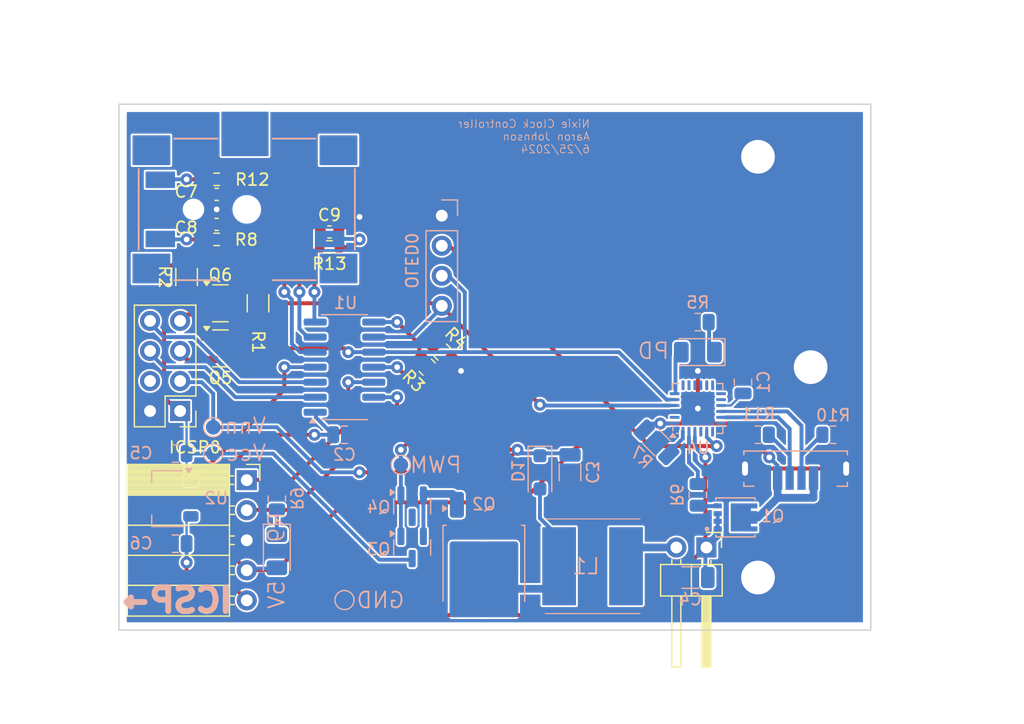
<source format=kicad_pcb>
(kicad_pcb (version 20240108) (generator "pcbnew") (generator_version "8.0")
  (layers (0 "F.Cu" signal) (31 "B.Cu" signal) (34 "B.Paste" user) (35 "F.Paste" user) (36 "B.SilkS" user "B.Silkscreen") (37 "F.SilkS" user "F.Silkscreen") (38 "B.Mask" user) (39 "F.Mask" user) (44 "Edge.Cuts" user))
  (net 0 "")
  (net 1 "+20V")
  (net 2 "+5V")
  (net 4 "Net-(U4-IFB)")
  (net 5 "Net-(D1-A)")
  (net 6 "Button")
  (net 7 "CC1")
  (net 8 "CC2")
  (net 9 "GND")
  (net 10 "HV_Mon")
  (net 11 "Net-(PD0-A)")
  (net 13 "PWM")
  (net 14 "Rotary_A")
  (net 15 "Rotary_B")
  (net 16 "SCL")
  (net 17 "SDA")
  (net 18 "V5V")
  (net 19 "VBUS")
  (net 20 "VNN")
  (net 21 "Net-(J2-P1)")
  (net 23 "Net-(Q5-B)")
  (net 24 "Net-(DISP0-P5)")
  (net 25 "Net-(DISP0-P7)")
  (net 26 "Net-(Q6-B)")
  (net 27 "Net-(PD0-K)")
  (net 28 "Net-(Q1-G)")
  (net 29 "Net-(U4-PWR_EN)")
  (net 30 "Net-(U4-VCC)")
  (net 31 "Net-(UNK5V0-K)")
  (net 33 "/Microcontroller/~{MCLR}")
  (net 34 "/Microcontroller/ICSPCLK")
  (net 35 "/Microcontroller/ICSPDAT")
  (net 36 "MCU_TX__GPS_RX")
  (net 37 "MCU_RX__GPS_TX")
  (net 38 "Net-(Q2-G)")
  (net 39 "Net-(S1-A)")
  (net 40 "Net-(S1-B)")
  (net 41 "Net-(S1-D)")
  (net 49 "V3VD")
  (footprint "Package_TO_SOT_SMD:SOT-23" (layer "F.Cu") (at 125.323603 99.6061 0.00231505)
    (property "Reference" "Q6")
    (property "Value" "MMBT2222A-TP")
  )
  (footprint "Clock Controller:M2.5_MTGP540H285" (layer "F.Cu") (at 170.7261 122.7836 90)
    (property "Reference" "MH1" (hide yes))
    (property "Value" "M2.5_MTGP540H285" (hide yes))
  )
  (footprint "Resistor_SMD:R_1206_3216Metric" (layer "F.Cu") (at 128.4986 99.6061 90.001)
    (property "Reference" "R1")
    (property "Value" "2.2k" (hide yes))
  )
  (footprint "Resistor_SMD:R_0805_2012Metric" (layer "F.Cu") (at 142.7861 105.0036 135)
    (property "Reference" "R3")
    (property "Value" "750k")
  )
  (footprint "Resistor_SMD:R_0805_2012Metric" (layer "F.Cu") (at 144.0561 103.7336 -45)
    (property "Reference" "R4")
    (property "Value" "12k")
  )
  (footprint "Resistor_SMD:R_0603_1608Metric" (layer "F.Cu") (at 125.0061 94.2086 0.001683672972)
    (property "Reference" "R8")
    (property "Value" "10k")
  )
  (footprint "Resistor_SMD:R_0603_1608Metric" (layer "F.Cu") (at 134.5311 94.8436 0.001683672972)
    (property "Reference" "R13")
    (property "Value" "10k")
  )
  (footprint "Resistor_SMD:R_1206_3216Metric" (layer "F.Cu") (at 122.4661 97.3836 90.0010523)
    (property "Reference" "R2")
    (property "Value" "2.2k")
  )
  (footprint "Connector_PinSocket_2.54mm:PinSocket_1x05_P2.54mm_Horizontal" (layer "F.Cu") (at 127.5461 114.554)
    (property "Reference" "ICSP0")
    (property "Value" "PPPC051LGBN-RC")
  )
  (footprint "Capacitor_SMD:C_0603_1608Metric" (layer "F.Cu") (at 125.0061 92.9386 0.001683672972)
    (property "Reference" "C8")
    (property "Value" "10nF")
  )
  (footprint "Capacitor_SMD:C_0603_1608Metric" (layer "F.Cu") (at 134.5311 93.5736)
    (property "Reference" "C9")
    (property "Value" "10nF")
  )
  (footprint "Clock Controller:M2.5_MTGP540H285" (layer "F.Cu") (at 175.1711 105.0036 90)
    (property "Reference" "MH2" (hide yes))
    (property "Value" "M2.5_MTGP540H285" (hide yes))
  )
  (footprint "Clock Controller:M2.5_MTGP540H285" (layer "F.Cu") (at 170.7261 87.2236 90)
    (property "Reference" "MH3" (hide yes))
    (property "Value" "M2.5_MTGP540H285" (hide yes))
  )
  (footprint "Connector_PinHeader_2.54mm:PinHeader_1x02_P2.54mm_Horizontal" (layer "F.Cu") (at 166.37 120.2436 -90)
    (property "Reference" "J2" (hide yes))
    (property "Value" "HDR-1X2H" (hide yes))
  )
  (footprint "Resistor_SMD:R_0603_1608Metric" (layer "F.Cu") (at 125.0061 89.1286 -179.9978954)
    (property "Reference" "R12")
    (property "Value" "10k")
  )
  (footprint "Capacitor_SMD:C_0603_1608Metric" (layer "F.Cu") (at 125.0061 90.3986 -179.9978954)
    (property "Reference" "C7")
    (property "Value" "10nF")
  )
  (footprint "Connector_PinHeader_2.54mm:PinHeader_2x04_P2.54mm_Vertical" (layer "F.Cu") (at 121.92 108.712 180)
    (property "Reference" "DISP0" (hide yes))
    (property "Value" "HDR-2X4" (hide yes))
  )
  (footprint "Package_TO_SOT_SMD:SOT-23" (layer "F.Cu") (at 125.323602 103.4161 0.00147321)
    (property "Reference" "Q5")
    (property "Value" "MMBT2222A-TP")
  )
  (footprint "Diodes Incorporated:TRANS_DMP3017SFGQ-7" (layer "B.Cu") (at 168.8211 117.703587 0.00294642833)
    (property "Reference" "Q1")
    (property "Value" "DMG7430LFG-7")
  )
  (footprint "Diode_SMD:D_SOD-123F" (layer "B.Cu") (at 152.311111 113.8936 -89.99726403)
    (property "Reference" "D1")
    (property "Value" "SMD220PL")
  )
  (footprint "Package_TO_SOT_SMD:SOT-89-3" (layer "B.Cu") (at 120.8786 116.1161 180)
    (property "Reference" "U2")
    (property "Value" "AS78L05RTR-E1" (hide yes))
  )
  (footprint "Capacitor_SMD:C_0805_2012Metric" (layer "B.Cu") (at 169.4561 106.2736 -90)
    (property "Reference" "C1")
    (property "Value" "100nF")
  )
  (footprint "Resistor_SMD:R_0805_2012Metric" (layer "B.Cu") (at 165.6461 115.7986 90.00636096)
    (property "Reference" "R6")
    (property "Value" "1k")
  )
  (footprint "Capacitor_SMD:C_1206_3216Metric" (layer "B.Cu") (at 165.0111 122.7836 0.00294642833)
    (property "Reference" "C4")
    (property "Value" "1uF")
  )
  (footprint "Resistor_SMD:R_0805_2012Metric" (layer "B.Cu") (at 177.0761 110.7186 180)
    (property "Reference" "R10")
    (property "Value" "5.1k")
  )
  (footprint "Clock Controller:SRN8040TA221M" (layer "B.Cu") (at 156.7561 121.8311 -90)
    (property "Reference" "L1" (hide yes))
    (property "Value" "220uH" (hide yes))
  )
  (footprint "Clock Controller:IC5_PEC11S-929K-S0015_BRN" (layer "B.Cu") (at 127.5461 91.6686 90)
    (property "Reference" "S1" (hide yes))
    (property "Value" "PEC11S-929K-S0015" (hide yes))
  )
  (footprint "Package_SO:SOIC-14_3.9x8.7mm_P1.27mm" (layer "B.Cu") (at 135.8011 105.0036)
    (property "Reference" "U1")
    (property "Value" "PIC16F15224-I/SL" (hide yes))
  )
  (footprint "Package_TO_SOT_SMD:TO-252-2" (layer "B.Cu") (at 147.573935 121.676 -89.99705357)
    (property "Reference" "Q2")
    (property "Value" "FDD7N25LZTM")
  )
  (footprint "Clock Controller:TP_1.25MM" (layer "B.Cu") (at 135.8011 124.6886 180)
    (property "Reference" "GND0" (hide yes))
    (property "Value" "Most Density" (hide yes))
  )
  (footprint "Clock Controller:TP_1.25MM" (layer "B.Cu") (at 140.5636 113.2586 90.002)
    (property "Reference" "PWM0" (hide yes))
    (property "Value" "Most Density" (hide yes))
  )
  (footprint "Resistor_SMD:R_1206_3216Metric" (layer "B.Cu") (at 162.1536 111.3536 -45)
    (property "Reference" "R7")
    (property "Value" "0.01")
  )
  (footprint "Capacitor_SMD:C_1206_3216Metric" (layer "B.Cu") (at 154.8511 113.8936 90.00484056)
    (property "Reference" "C3")
    (property "Value" "10uF")
  )
  (footprint "LED_SMD:LED_1206_3216Metric" (layer "B.Cu") (at 130.0861 120.5611 -89.998)
    (property "Reference" "UNK5V0" (hide yes))
    (property "Value" "LED_1206(3216_METRIC)_N_GREEN" (hide yes))
  )
  (footprint "Clock Controller:TP_1.25MM" (layer "B.Cu") (at 124.714 110.0836 90.001)
    (property "Reference" "Vnn0" (hide yes))
    (property "Value" "Most Density" (hide yes))
  )
  (footprint "LED_SMD:LED_1206_3216Metric" (layer "B.Cu") (at 165.6461 103.7336 180)
    (property "Reference" "PD0" (hide yes))
    (property "Value" "LED_1206(3216_METRIC)_N_BLUE" (hide yes))
  )
  (footprint "Connector USB:CUI_UJC-VP-3-SMT-TR" (layer "B.Cu") (at 173.9011 113.5761)
    (property "Reference" "J1" (hide yes))
    (property "Value" "UJC-VP-3-SMT-TR" (hide yes))
  )
  (footprint "Resistor_SMD:R_0805_2012Metric" (layer "B.Cu") (at 165.6461 101.1936 -179.9957908)
    (property "Reference" "R5")
    (property "Value" "10k")
  )
  (footprint "Resistor_SMD:R_0805_2012Metric" (layer "B.Cu") (at 170.7261 110.7186 0.001262754521)
    (property "Reference" "R11")
    (property "Value" "5.1k")
  )
  (footprint "Clock Controller:TP_1.25MM" (layer "B.Cu") (at 124.714 112.3061 180)
    (property "Reference" "Vcc0" (hide yes))
    (property "Value" "Most Density" (hide yes))
  )
  (footprint "Connector_PinHeader_2.54mm:PinHeader_1x04_P2.54mm_Vertical" (layer "B.Cu") (at 144.018 92.202 -179.9989477)
    (property "Reference" "OLED0")
    (property "Value" "HDR-1X4")
  )
  (footprint "Package_TO_SOT_SMD:SOT-23" (layer "B.Cu") (at 141.5161 120.243598 -89.99873725)
    (property "Reference" "Q3")
    (property "Value" "MMBT2222A-TP")
  )
  (footprint "Package_DFN_QFN:QFN-24-1EP_4x4mm_P0.5mm_EP2.7x2.7mm" (layer "B.Cu") (at 165.6461 108.4961)
    (property "Reference" "U4")
    (property "Value" "AP33772DKZ-13")
  )
  (footprint "Capacitor_SMD:C_0805_2012Metric" (layer "B.Cu") (at 135.8011 110.7186)
    (property "Reference" "C2")
    (property "Value" "100nF")
  )
  (footprint "Resistor_SMD:R_0805_2012Metric" (layer "B.Cu") (at 130.0861 116.1161 90.00399872)
    (property "Reference" "R9")
    (property "Value" "10k")
  )
  (footprint "Capacitor_SMD:C_0805_2012Metric" (layer "B.Cu") (at 121.5136 119.926096 0.001)
    (property "Reference" "C6")
    (property "Value" "100nF" (hide yes))
  )
  (footprint "Capacitor_SMD:C_0805_2012Metric" (layer "B.Cu") (at 121.5136 112.306093 0.002104591424)
    (property "Reference" "C5")
    (property "Value" "100nF")
  )
  (footprint "Package_TO_SOT_SMD:SOT-23" (layer "B.Cu") (at 141.5161 116.751098 -89.99873725)
    (property "Reference" "Q4")
    (property "Value" "MMBT2907ALT1G")
  )
  (gr_line (start 180.2511 127.2286) (end 116.7511 127.2286) (stroke (width 0.12)) (layer "Edge.Cuts"))
  (gr_line (start 180.2511 82.7786) (end 180.2511 127.2286) (stroke (width 0.12)) (layer "Edge.Cuts"))
  (gr_line (start 116.7511 82.7786) (end 180.2511 82.7786) (stroke (width 0.12)) (layer "Edge.Cuts"))
  (gr_line (start 116.7511 127.2286) (end 116.7511 82.7786) (stroke (width 0.12)) (layer "Edge.Cuts"))
  (gr_text "" (at 155.6501 114.1926 89.99515944) (layer "B.SilkS") (effects (font (size 0.001 0.001)) (justify left mirror)))
  (gr_text "" (at 145.3261 101.1936 0) (layer "B.SilkS") (effects (font (size 0.001 0.001)) (justify left mirror)))
  (gr_text "" (at 162.5071 110.5766 0) (layer "B.SilkS") (effects (font (size 0.001 0.001)) (justify left mirror)))
  (gr_text "" (at 145.3261 91.0336 0) (layer "B.SilkS") (effects (font (size 0.001 0.001)) (justify left mirror)))
  (gr_text "" (at 133.8001 110.0696 0) (layer "B.SilkS") (effects (font (size 0.001 0.001)) (justify left mirror)))
  (gr_text "" (at 154.0521 114.1926 89.99515944) (layer "B.SilkS") (effects (font (size 0.001 0.001)) (justify left mirror)))
  (gr_text "" (at 164.7121 121.9846 0) (layer "B.SilkS") (effects (font (size 0.001 0.001)) (justify left mirror)))
  (gr_text "" (at 164.7121 123.5826 0) (layer "B.SilkS") (effects (font (size 0.001 0.001)) (justify left mirror)))
  (gr_text "PWM" (at 145.796 114.046 359.9976849) (layer "B.SilkS") (effects (font (size 1.332 1.332) (thickness 0.148)) (justify left bottom mirror)))
  (gr_text "" (at 142.7861 91.0336 0) (layer "B.SilkS") (effects (font (size 0.001 0.001)) (justify left mirror)))
  (gr_text "" (at 164.9011 121.9846 0) (layer "B.SilkS") (effects (font (size 0.001 0.001)) (justify left mirror)))
  (gr_text "5V" (at 129.286 122.936 89.9989477) (layer "B.SilkS") (effects (font (size 1.332 1.332) (thickness 0.148)) (justify left top mirror)))
  (gr_text "GND" (at 140.97 125.476 360) (layer "B.SilkS") (effects (font (size 1.332 1.332) (thickness 0.148)) (justify left bottom mirror)))
  (gr_text "" (at 170.1051 104.272976 270) (layer "B.SilkS") (effects (font (size 0.001 0.001)) (justify left mirror)))
  (gr_text "" (at 119.5131 111.6566 0) (layer "B.SilkS") (effects (font (size 0.001 0.001)) (justify left mirror)))
  (gr_text "Vcc" (at 129.286 113.03 0) (layer "B.SilkS") (effects (font (size 1.332 1.332) (thickness 0.148)) (justify left bottom mirror)))
  (gr_text "" (at 154.0521 114.1926 89.99515944) (layer "B.SilkS") (effects (font (size 0.001 0.001)) (justify left mirror)))
  (gr_text "R9" (at 130.8361 117.1326 89.99600128) (layer "B.SilkS") (effects (font (size 1.332 1.332) (thickness 0.148)) (justify left bottom mirror)))
  (gr_text "Nixie Clock Controller\nAaron Johnson\n6/25/2024" (at 156.5721 84.0486 360) (layer "B.SilkS") (effects (font (size 0.666 0.666) (thickness 0.074)) (justify left top mirror)))
  (gr_text "PD" (at 163.322 103.632 0) (layer "B.SilkS") (effects (font (size 1.332 1.332) (thickness 0.148)) (justify left mirror)))
  (gr_text "ICSP→" (at 116.586 124.714 0) (layer "B.SilkS") (effects (font (size 2 2) (thickness 0.5) (bold yes)) (justify right mirror)))
  (gr_text "" (at 119.5131 119.2766 0) (layer "B.SilkS") (effects (font (size 0.001 0.001)) (justify left mirror)))
  (gr_text "L1" (at 157.4691 121.8306 360) (layer "B.SilkS") (effects (font (size 1.332 1.332) (thickness 0.148)) (justify left mirror)))
  (gr_text "" (at 154.0521 114.0036 89.99515944) (layer "B.SilkS") (effects (font (size 0.001 0.001)) (justify left mirror)))
  (gr_text "" (at 161.3771 111.7076 0) (layer "B.SilkS") (effects (font (size 0.001 0.001)) (justify left mirror)))
  (gr_text "" (at 145.3261 91.0336 0) (layer "B.SilkS") (effects (font (size 0.001 0.001)) (justify left mirror)))
  (gr_text "Vnn" (at 129.286 110.744 -0.00147321) (layer "B.SilkS") (effects (font (size 1.332 1.332) (thickness 0.148)) (justify left bottom mirror)))
  (gr_text "" (at 164.7121 121.9846 0) (layer "B.SilkS") (effects (font (size 0.001 0.001)) (justify left mirror)))
  (gr_text "" (at 123.1011 99.9236 90) (layer "F.SilkS") (effects (font (size 0.001 0.001)) (justify left)))
  (gr_text "" (at 162.4711 122.7806 0) (layer "F.SilkS") (effects (font (size 0.001 0.001)) (justify left)))
  (gr_text "" (at 162.4711 121.5166 0) (layer "F.SilkS") (effects (font (size 0.001 0.001)) (justify left)))
  (gr_text "" (at 165.8591 126.1676 0) (layer "F.SilkS") (effects (font (size 0.001 0.001)) (justify left)))
  (gr_text "" (at 167.5511 122.7806 0) (layer "F.SilkS") (effects (font (size 0.001 0.001)) (justify left)))
  (gr_text "" (at 118.0211 110.0836 90) (layer "F.SilkS") (effects (font (size 0.001 0.001)) (justify left)))
  (gr_text "" (at 127.6991 99.9056 0) (layer "F.SilkS") (effects (font (size 0.001 0.001)) (justify left)))
  (gr_text "" (at 129.2981 99.9056 0) (layer "F.SilkS") (effects (font (size 0.001 0.001)) (justify left)))
  (gr_text "" (at 117.0961 126.2066 90) (layer "F.SilkS") (effects (font (size 0.8883 0.8883) (thickness 0.0987)) (justify left top)))
  (gr_text "" (at 163.3191 126.1676 0) (layer "F.SilkS") (effects (font (size 0.001 0.001)) (justify left)))
  (gr_text "" (at 163.3191 126.1676 0) (layer "F.SilkS") (effects (font (size 0.001 0.001)) (justify left)))
  (gr_text "" (at 123.1011 110.0836 90) (layer "F.SilkS") (effects (font (size 0.001 0.001)) (justify left)))
  (gr_text "" (at 117.0961 112.6566 90) (layer "F.SilkS") (effects (font (size 0.8883 0.8883) (thickness 0.0987)) (justify left top)))
  (gr_text "" (at 166.7031 126.1676 0) (layer "F.SilkS") (effects (font (size 0.001 0.001)) (justify left)))
  (gr_text "" (at 165.8591 126.1676 0) (layer "F.SilkS") (effects (font (size 0.001 0.001)) (justify left)))
  (gr_text "" (at 162.4711 122.7806 0) (layer "F.SilkS") (effects (font (size 0.001 0.001)) (justify left)))
  (gr_text "" (at 127.5461 126.2066 90) (layer "F.SilkS") (effects (font (size 0.8883 0.8883) (thickness 0.0987)) (justify left top)))
  (gr_text "" (at 166.2811 126.5936 0) (layer "F.SilkS") (effects (font (size 0.001 0.001)) (justify left)))
  (gr_text "" (at 123.1011 110.0836 90) (layer "F.SilkS") (effects (font (size 0.001 0.001)) (justify left)))
  (gr_text "" (at 121.6671 97.6826 0) (layer "F.SilkS") (effects (font (size 0.001 0.001)) (justify left)))
  (gr_text "" (at 123.2651 97.6826 0) (layer "F.SilkS") (effects (font (size 0.001 0.001)) (justify left)))
  (gr_text "" (at 164.1631 126.1676 0) (layer "F.SilkS") (effects (font (size 0.001 0.001)) (justify left)))
  (gr_text "" (at 163.7411 126.5936 0) (layer "F.SilkS") (effects (font (size 0.001 0.001)) (justify left)))
  (segment (start 165.6462 116.7486) (end 167.115733 116.7486) (width 0.33) (layer "B.Cu") (net 0))
  (segment (start 167.263367 116.670967) (end 167.321033 116.728667) (width 0.33) (layer "B.Cu") (net 0))
  (segment (start 167.193367 116.670967) (end 167.263367 116.670967) (width 0.33) (layer "B.Cu") (net 0))
  (segment (start 167.115733 116.7486) (end 167.193367 116.670967) (width 0.33) (layer "B.Cu") (net 0))
  (segment (start 166.2811 120.2436) (end 160.5661 125.9586) (width 0.33) (layer "F.Cu") (net 1))
  (segment (start 160.5661 125.9586) (end 125.6411 125.9586) (width 0.33) (layer "F.Cu") (net 1))
  (segment (start 122.4661 122.7836) (end 122.4661 121.5136) (width 0.33) (layer "F.Cu") (net 1))
  (segment (start 125.6411 125.9586) (end 122.4661 122.7836) (width 0.33) (layer "F.Cu") (net 1))
  (segment (start 166.2811 120.2436) (end 166.2811 112.6236) (width 0.33) (layer "F.Cu") (net 1))
  (via (at 166.2811 112.6236) (size 1.016) (drill 0.485667) (layers "F.Cu" "B.Cu") (net 1))
  (via (at 122.4661 121.5136) (size 1.016) (drill 0.485667) (layers "F.Cu" "B.Cu") (net 1))
  (segment (start 166.2811 120.2436) (end 166.2811 122.653533) (width 0.33) (layer "B.Cu") (net 1))
  (segment (start 122.4661 119.928567) (end 122.4636 119.926067) (width 0.33) (layer "B.Cu") (net 1))
  (segment (start 167.321167 118.678667) (end 167.321167 119.203533) (width 0.6604) (layer "B.Cu") (net 1))
  (segment (start 167.321067 117.378667) (end 167.321067 118.028633) (width 0.33) (layer "B.Cu") (net 1))
  (segment (start 122.4636 117.9811) (end 122.8286 117.6161) (width 0.2) (layer "B.Cu") (net 1))
  (segment (start 165.3961 111.7386) (end 166.2811 112.6236) (width 0.33) (layer "B.Cu") (net 1))
  (segment (start 167.321133 118.028667) (end 167.321133 118.678633) (width 0.33) (layer "B.Cu") (net 1))
  (segment (start 165.3961 110.3861) (end 165.3961 110.8911) (width 0.26) (layer "B.Cu") (net 1))
  (segment (start 122.4661 121.5136) (end 122.4661 119.928567) (width 0.33) (layer "B.Cu") (net 1))
  (segment (start 122.4636 119.926075) (end 122.4636 117.9811) (width 0.2) (layer "B.Cu") (net 1))
  (segment (start 166.2811 122.653533) (end 166.4111 122.783533) (width 0.33) (layer "B.Cu") (net 1))
  (segment (start 167.321167 119.203533) (end 166.2811 120.2436) (width 0.6604) (layer "B.Cu") (net 1))
  (segment (start 165.3961 110.8911) (end 165.3961 111.7386) (width 0.33) (layer "B.Cu") (net 1))
  (segment (start 167.321067 118.028633) (end 167.321133 118.028667) (width 0.33) (layer "B.Cu") (net 1))
  (segment (start 167.321133 118.678633) (end 167.321167 118.678667) (width 0.33) (layer "B.Cu") (net 1))
  (segment (start 120.5611 107.5436) (end 120.5611 97.0661) (width 0.33) (layer "F.Cu") (net 2))
  (segment (start 121.5136 96.1136) (end 122.466067 96.1136) (width 0.33) (layer "F.Cu") (net 2))
  (segment (start 122.466067 95.9836) (end 126.276067 95.9836) (width 0.33) (layer "F.Cu") (net 2))
  (segment (start 122.466067 96.1136) (end 122.466067 95.9836) (width 0.33) (layer "F.Cu") (net 2))
  (segment (start 120.5611 97.0661) (end 121.5136 96.1136) (width 0.33) (layer "F.Cu") (net 2))
  (segment (start 126.276067 95.9836) (end 128.498567 98.2061) (width 0.33) (layer "F.Cu") (net 2))
  (segment (start 121.8311 108.8136) (end 120.5611 107.5436) (width 0.33) (layer "F.Cu") (net 2))
  (segment (start 122.463642 112.3061) (end 122.4636 112.306058) (width 0.33) (layer "B.Cu") (net 2))
  (segment (start 138.7411 121.2786) (end 129.7686 112.3061) (width 0.33) (layer "B.Cu") (net 2))
  (segment (start 124.714 112.3061) (end 122.463642 112.3061) (width 0.33) (layer "B.Cu") (net 2))
  (segment (start 122.4636 109.2556) (end 121.92 108.712) (width 0.2) (layer "B.Cu") (net 2))
  (segment (start 129.7686 112.3061) (end 124.714 112.3061) (width 0.33) (layer "B.Cu") (net 2))
  (segment (start 122.4636 112.306058) (end 122.4636 114.2511) (width 0.2) (layer "B.Cu") (net 2))
  (segment (start 141.516133 121.2786) (end 138.7411 121.2786) (width 0.33) (layer "B.Cu") (net 2))
  (segment (start 122.4636 114.2511) (end 122.8286 114.6161) (width 0.2) (layer "B.Cu") (net 2))
  (segment (start 122.4636 112.306058) (end 122.4636 109.2556) (width 0.2) (layer "B.Cu") (net 2))
  (segment (start 168.4336 108.2461) (end 169.4561 107.2236) (width 0.2) (layer "B.Cu") (net 4))
  (segment (start 167.6086 108.2461) (end 168.4336 108.2461) (width 0.2) (layer "B.Cu") (net 4))
  (segment (start 153.393558 118.849558) (end 153.393558 121.293558) (width 0.33) (layer "B.Cu") (net 5))
  (segment (start 147.631267 123.7361) (end 147.548767 123.8186) (width 0.6604) (layer "B.Cu") (net 5))
  (segment (start 152.311188 115.4986) (end 152.311188 117.767188) (width 0.33) (layer "B.Cu") (net 5))
  (segment (start 153.9311 121.8311) (end 153.9311 123.7361) (width 0.6604) (layer "B.Cu") (net 5))
  (segment (start 153.9311 123.7361) (end 147.631267 123.7361) (width 0.6604) (layer "B.Cu") (net 5))
  (segment (start 152.311188 117.767188) (end 153.393558 118.849558) (width 0.33) (layer "B.Cu") (net 5))
  (segment (start 133.2611 98.6536) (end 133.2611 95.263633) (width 0.33) (layer "F.Cu") (net 6))
  (segment (start 133.2611 95.263633) (end 133.6811 94.843633) (width 0.33) (layer "F.Cu") (net 6))
  (segment (start 133.6811 94.843633) (end 133.6811 93.5736) (width 0.33) (layer "F.Cu") (net 6))
  (via (at 133.2611 98.6536) (size 1.016) (drill 0.485667) (layers "F.Cu" "B.Cu") (net 6))
  (segment (start 133.2611 101.0736) (end 133.3811 101.1936) (width 0.33) (layer "B.Cu") (net 6))
  (segment (start 133.2611 98.6536) (end 133.2611 101.0736) (width 0.33) (layer "B.Cu") (net 6))
  (segment (start 173.4011 114.3761) (end 173.4011 112.443567) (width 0.33) (layer "B.Cu") (net 7))
  (segment (start 167.9836 109.2461) (end 167.5361 109.2461) (width 0.26) (layer "B.Cu") (net 7))
  (segment (start 173.4011 114.3761) (end 173.4011 110.2186) (width 0.33) (layer "B.Cu") (net 7))
  (segment (start 172.4286 109.2461) (end 167.9836 109.2461) (width 0.33) (layer "B.Cu") (net 7))
  (segment (start 173.4011 112.443567) (end 171.6761 110.718567) (width 0.33) (layer "B.Cu") (net 7))
  (segment (start 173.4011 110.2186) (end 172.4286 109.2461) (width 0.33) (layer "B.Cu") (net 7))
  (segment (start 174.4011 112.4436) (end 176.1261 110.7186) (width 0.33) (layer "B.Cu") (net 8))
  (segment (start 174.4011 109.9486) (end 173.1986 108.7461) (width 0.33) (layer "B.Cu") (net 8))
  (segment (start 170.0236 108.7461) (end 167.5361 108.7461) (width 0.26) (layer "B.Cu") (net 8))
  (segment (start 174.4011 114.3761) (end 174.4011 112.4436) (width 0.33) (layer "B.Cu") (net 8))
  (segment (start 173.1986 108.7461) (end 170.0236 108.7461) (width 0.33) (layer "B.Cu") (net 8))
  (segment (start 174.4011 114.3761) (end 174.4011 109.9486) (width 0.33) (layer "B.Cu") (net 8))
  (segment (start 124.1561 90.8186) (end 125.0061 91.6686) (width 0.33) (layer "F.Cu") (net 9))
  (segment (start 169.6311 113.5761) (end 178.1711 113.5761) (width 0.33) (layer "F.Cu") (net 9))
  (segment (start 165.6461 108.4961) (end 165.6461 105.3211) (width 0.33) (layer "F.Cu") (net 9))
  (segment (start 178.1711 113.5761) (end 178.1711 113.5761) (width 0.33) (layer "F.Cu") (net 9))
  (segment (start 136.6511 92.3036) (end 135.3811 93.5736) (width 0.33) (layer "F.Cu") (net 9))
  (segment (start 144.727867 104.405367) (end 144.727867 104.405367) (width 0.33) (layer "F.Cu") (net 9))
  (segment (start 124.1561 92.938633) (end 124.1561 92.5186) (width 0.33) (layer "F.Cu") (net 9))
  (segment (start 124.1561 90.398633) (end 124.1561 90.8186) (width 0.33) (layer "F.Cu") (net 9))
  (segment (start 137.0711 92.3036) (end 136.6511 92.3036) (width 0.33) (layer "F.Cu") (net 9))
  (segment (start 145.6436 105.3211) (end 144.727867 104.405367) (width 0.33) (layer "F.Cu") (net 9))
  (segment (start 124.1561 92.5186) (end 125.0061 91.6686) (width 0.33) (layer "F.Cu") (net 9))
  (via (at 137.0711 92.3036) (size 1.016) (drill 0.485667) (layers "F.Cu" "B.Cu") (net 9))
  (via (at 165.6461 108.4961) (size 1.016) (drill 0.485667) (layers "F.Cu" "B.Cu") (net 9))
  (via (at 165.6461 105.3211) (size 1.016) (drill 0.485667) (layers "F.Cu" "B.Cu") (net 9))
  (via (at 145.6436 105.3211) (size 1.016) (drill 0.485667) (layers "F.Cu" "B.Cu") (net 9))
  (via (at 125.0061 91.6686) (size 1.016) (drill 0.485667) (layers "F.Cu" "B.Cu") (net 9))
  (segment (start 138.2211 109.2486) (end 136.7511 110.7186) (width 0.33) (layer "B.Cu") (net 9))
  (segment (start 163.7561 108.7461) (end 165.3961 108.7461) (width 0.26) (layer "B.Cu") (net 9))
  (segment (start 138.2211 108.8136) (end 138.2211 109.2486) (width 0.33) (layer "B.Cu") (net 9))
  (segment (start 165.6461 108.4961) (end 165.6461 108.4961) (width 0.33) (layer "B.Cu") (net 9))
  (segment (start 165.6461 108.7461) (end 165.6461 108.4961) (width 0.33) (layer "B.Cu") (net 9))
  (segment (start 165.3961 108.7461) (end 165.6461 108.7461) (width 0.33) (layer "B.Cu") (net 9))
  (segment (start 165.6461 108.4961) (end 165.6461 108.4961) (width 0.33) (layer "B.Cu") (net 9))
  (segment (start 140.2461 101.1936) (end 142.114333 103.061833) (width 0.33) (layer "F.Cu") (net 10))
  (segment (start 140.2461 101.1936) (end 142.114333 103.061833) (width 0.33) (layer "F.Cu") (net 10))
  (segment (start 142.114333 103.061833) (end 142.114333 104.331833) (width 0.33) (layer "F.Cu") (net 10))
  (segment (start 142.114333 103.061833) (end 143.384333 103.061833) (width 0.33) (layer "F.Cu") (net 10))
  (via (at 140.2461 101.1936) (size 1.016) (drill 0.485667) (layers "F.Cu" "B.Cu") (net 10))
  (segment (start 140.2461 101.1936) (end 140.2461 101.1936) (width 0.33) (layer "B.Cu") (net 10))
  (segment (start 138.2211 101.1936) (end 140.2461 101.1936) (width 0.33) (layer "B.Cu") (net 10))
  (segment (start 163.7561 104.1636) (end 164.1861 103.7336) (width 0.33) (layer "B.Cu") (net 11))
  (segment (start 163.7561 107.2461) (end 163.7561 106.9511) (width 0.26) (layer "B.Cu") (net 11))
  (segment (start 163.7561 106.9511) (end 163.7561 104.1636) (width 0.33) (layer "B.Cu") (net 11))
  (segment (start 141.5161 106.2736) (end 141.5161 111.0361) (width 0.33) (layer "F.Cu") (net 13))
  (segment (start 141.5161 111.0361) (end 140.5636 111.9886) (width 0.33) (layer "F.Cu") (net 13))
  (segment (start 140.2461 105.0036) (end 141.5161 106.2736) (width 0.33) (layer "F.Cu") (net 13))
  (via (at 140.2461 105.0036) (size 1.016) (drill 0.485667) (layers "F.Cu" "B.Cu") (net 13))
  (via (at 140.5636 111.9886) (size 1.016) (drill 0.485667) (layers "F.Cu" "B.Cu") (net 13))
  (segment (start 140.5636 113.2586) (end 140.5636 115.716133) (width 0.33) (layer "B.Cu") (net 13))
  (segment (start 140.5636 119.208633) (end 140.566067 119.208633) (width 0.33) (layer "B.Cu") (net 13))
  (segment (start 138.2211 105.0036) (end 140.2461 105.0036) (width 0.33) (layer "B.Cu") (net 13))
  (segment (start 140.5636 111.9886) (end 140.5636 113.2586) (width 0.33) (layer "B.Cu") (net 13))
  (segment (start 140.5636 115.716133) (end 140.5636 119.208633) (width 0.33) (layer "B.Cu") (net 13))
  (segment (start 140.566067 115.716133) (end 140.5636 115.716133) (width 0.33) (layer "B.Cu") (net 13))
  (segment (start 130.7211 97.3836) (end 130.7211 98.6536) (width 0.33) (layer "F.Cu") (net 14))
  (segment (start 127.5461 94.2086) (end 130.7211 97.3836) (width 0.33) (layer "F.Cu") (net 14))
  (segment (start 125.8561 92.938567) (end 125.8561 94.2086) (width 0.33) (layer "F.Cu") (net 14))
  (segment (start 125.8561 94.208567) (end 125.8561 92.938567) (width 0.33) (layer "F.Cu") (net 14))
  (segment (start 125.8561 94.2086) (end 127.5461 94.2086) (width 0.33) (layer "F.Cu") (net 14))
  (via (at 130.7211 98.6536) (size 1.016) (drill 0.485667) (layers "F.Cu" "B.Cu") (net 14))
  (segment (start 132.056133 103.7336) (end 133.3811 103.7336) (width 0.33) (layer "B.Cu") (net 14))
  (segment (start 130.7211 98.6536) (end 131.3561 99.2886) (width 0.33) (layer "B.Cu") (net 14))
  (segment (start 131.3561 103.033567) (end 132.056133 103.7336) (width 0.33) (layer "B.Cu") (net 14))
  (segment (start 131.3561 99.2886) (end 131.3561 103.033567) (width 0.33) (layer "B.Cu") (net 14))
  (segment (start 131.9911 93.5736) (end 131.9911 98.6536) (width 0.33) (layer "F.Cu") (net 15))
  (segment (start 125.8561 89.128567) (end 125.8561 90.398567) (width 0.33) (layer "F.Cu") (net 15))
  (segment (start 127.546067 89.128567) (end 131.9911 93.5736) (width 0.33) (layer "F.Cu") (net 15))
  (segment (start 125.8561 89.128567) (end 127.546067 89.128567) (width 0.33) (layer "F.Cu") (net 15))
  (via (at 131.9911 98.6536) (size 1.016) (drill 0.485667) (layers "F.Cu" "B.Cu") (net 15))
  (segment (start 133.3811 102.4636) (end 132.691133 102.4636) (width 0.33) (layer "B.Cu") (net 15))
  (segment (start 132.691133 102.4636) (end 131.9911 101.763567) (width 0.33) (layer "B.Cu") (net 15))
  (segment (start 131.9911 101.763567) (end 131.9911 98.6536) (width 0.33) (layer "B.Cu") (net 15))
  (segment (start 126.3586 103.416067) (end 135.801067 103.416067) (width 0.33) (layer "F.Cu") (net 16))
  (segment (start 135.801067 103.416067) (end 136.1186 103.7336) (width 0.33) (layer "F.Cu") (net 16))
  (via (at 136.1186 103.7336) (size 1.016) (drill 0.485667) (layers "F.Cu" "B.Cu") (net 16))
  (segment (start 136.1186 103.7336) (end 138.2211 103.7336) (width 0.33) (layer "B.Cu") (net 16))
  (segment (start 136.1186 103.7336) (end 136.1186 103.7336) (width 0.33) (layer "B.Cu") (net 16))
  (segment (start 145.9636 103.7336) (end 138.2211 103.7336) (width 0.33) (layer "B.Cu") (net 16))
  (segment (start 145.9636 98.6561) (end 145.9636 103.7336) (width 0.33) (layer "B.Cu") (net 16))
  (segment (start 163.7561 107.7461) (end 163.2511 107.7461) (width 0.26) (layer "B.Cu") (net 16))
  (segment (start 158.9786 103.7336) (end 145.9636 103.7336) (width 0.33) (layer "B.Cu") (net 16))
  (segment (start 162.9911 107.7461) (end 158.9786 103.7336) (width 0.33) (layer "B.Cu") (net 16))
  (segment (start 144.6911 97.3836) (end 145.9636 98.6561) (width 0.33) (layer "B.Cu") (net 16))
  (segment (start 163.2511 107.7461) (end 162.9911 107.7461) (width 0.33) (layer "B.Cu") (net 16))
  (segment (start 144.056133 97.3836) (end 144.6911 97.3836) (width 0.33) (layer "B.Cu") (net 16))
  (segment (start 152.3111 108.178533) (end 144.056167 99.9236) (width 0.33) (layer "F.Cu") (net 17))
  (segment (start 152.3111 108.1786) (end 152.3111 108.178533) (width 0.33) (layer "F.Cu") (net 17))
  (segment (start 126.3586 99.606067) (end 143.738633 99.606067) (width 0.33) (layer "F.Cu") (net 17))
  (segment (start 143.738633 99.606067) (end 144.056167 99.9236) (width 0.33) (layer "F.Cu") (net 17))
  (via (at 152.3111 108.1786) (size 1.016) (drill 0.485667) (layers "F.Cu" "B.Cu") (net 17))
  (segment (start 163.7561 108.2461) (end 163.2511 108.2461) (width 0.26) (layer "B.Cu") (net 17))
  (segment (start 141.516167 102.4636) (end 144.056167 99.9236) (width 0.33) (layer "B.Cu") (net 17))
  (segment (start 152.3786 108.2461) (end 152.3111 108.1786) (width 0.33) (layer "B.Cu") (net 17))
  (segment (start 138.2211 102.4636) (end 141.516167 102.4636) (width 0.33) (layer "B.Cu") (net 17))
  (segment (start 163.2511 108.2461) (end 152.3786 108.2461) (width 0.33) (layer "B.Cu") (net 17))
  (segment (start 155.4861 111.6711) (end 150.7236 116.4336) (width 0.33) (layer "F.Cu") (net 18))
  (segment (start 150.7236 116.4336) (end 135.8011 116.4336) (width 0.33) (layer "F.Cu") (net 18))
  (segment (start 135.8011 116.4336) (end 130.0861 122.1486) (width 0.33) (layer "F.Cu") (net 18))
  (segment (start 144.018047 94.742) (end 144.654533 94.742) (width 0.33) (layer "F.Cu") (net 18))
  (segment (start 125.6411 113.8936) (end 125.6411 120.2436) (width 0.33) (layer "F.Cu") (net 18))
  (segment (start 133.2611 110.7186) (end 128.8161 110.7186) (width 0.33) (layer "F.Cu") (net 18))
  (segment (start 144.018047 94.80558) (end 144.018047 94.742) (width 0.33) (layer "F.Cu") (net 18))
  (segment (start 125.6411 120.2436) (end 127.5461 122.1486) (width 0.33) (layer "F.Cu") (net 18))
  (segment (start 144.654533 94.742) (end 161.583633 111.6711) (width 0.33) (layer "F.Cu") (net 18))
  (segment (start 167.2336 111.6711) (end 155.4861 111.6711) (width 0.33) (layer "F.Cu") (net 18))
  (segment (start 161.583633 111.6711) (end 167.2336 111.6711) (width 0.33) (layer "F.Cu") (net 18))
  (segment (start 144.056067 94.8436) (end 144.018047 94.80558) (width 0.33) (layer "F.Cu") (net 18))
  (segment (start 128.8161 110.7186) (end 125.6411 113.8936) (width 0.33) (layer "F.Cu") (net 18))
  (segment (start 130.0861 122.1486) (end 127.5461 122.1486) (width 0.33) (layer "F.Cu") (net 18))
  (via (at 133.2611 110.7186) (size 1.016) (drill 0.485667) (layers "F.Cu" "B.Cu") (net 18))
  (via (at 167.2336 111.6711) (size 1.016) (drill 0.485667) (layers "F.Cu" "B.Cu") (net 18))
  (segment (start 133.3811 109.2486) (end 134.8511 110.7186) (width 0.33) (layer "B.Cu") (net 18))
  (segment (start 166.3961 110.3861) (end 166.3961 110.9211) (width 0.26) (layer "B.Cu") (net 18))
  (segment (start 166.3961 110.9211) (end 167.1461 111.6711) (width 0.33) (layer "B.Cu") (net 18))
  (segment (start 127.6736 122.0211) (end 127.5461 122.1486) (width 0.33) (layer "B.Cu") (net 18))
  (segment (start 133.8961 110.7186) (end 133.2611 110.7186) (width 0.33) (layer "B.Cu") (net 18))
  (segment (start 133.8961 110.7186) (end 133.8961 110.7186) (width 0.33) (layer "B.Cu") (net 18))
  (segment (start 134.8511 110.7186) (end 133.8961 110.7186) (width 0.33) (layer "B.Cu") (net 18))
  (segment (start 130.086133 122.0211) (end 127.6736 122.0211) (width 0.33) (layer "B.Cu") (net 18))
  (segment (start 167.1461 111.6711) (end 167.2336 111.6711) (width 0.33) (layer "B.Cu") (net 18))
  (segment (start 133.3811 108.8136) (end 133.3811 109.2486) (width 0.33) (layer "B.Cu") (net 18))
  (segment (start 168.8211 109.7661) (end 171.6786 112.6236) (width 0.33) (layer "F.Cu") (net 19))
  (segment (start 162.4711 109.7661) (end 168.8211 109.7661) (width 0.33) (layer "F.Cu") (net 19))
  (via (at 162.4711 109.7661) (size 1.016) (drill 0.485667) (layers "F.Cu" "B.Cu") (net 19))
  (via (at 171.6786 112.6236) (size 1.016) (drill 0.485667) (layers "F.Cu" "B.Cu") (net 19))
  (segment (start 172.3811 113.3261) (end 171.6786 112.6236) (width 0.33) (layer "B.Cu") (net 19))
  (segment (start 170.726167 117.703533) (end 169.5461 117.703533) (width 0.6604) (layer "B.Cu") (net 19))
  (segment (start 163.2511 109.7661) (end 162.4711 109.7661) (width 0.33) (layer "B.Cu") (net 19))
  (segment (start 172.3811 116.0486) (end 170.726167 117.703533) (width 0.6604) (layer "B.Cu") (net 19))
  (segment (start 161.7612 109.7661) (end 161.163667 110.363667) (width 0.33) (layer "B.Cu") (net 19))
  (segment (start 162.4711 109.7661) (end 161.7612 109.7661) (width 0.33) (layer "B.Cu") (net 19))
  (segment (start 172.3811 114.3761) (end 172.3811 113.3261) (width 0.33) (layer "B.Cu") (net 19))
  (segment (start 172.3811 114.3761) (end 172.3811 116.0486) (width 0.6604) (layer "B.Cu") (net 19))
  (segment (start 172.3811 116.0486) (end 175.4211 116.0486) (width 0.6604) (layer "B.Cu") (net 19))
  (segment (start 175.4211 116.0486) (end 175.4211 114.3761) (width 0.6604) (layer "B.Cu") (net 19))
  (segment (start 163.7561 109.7461) (end 163.2511 109.7661) (width 0.26) (layer "B.Cu") (net 19))
  (segment (start 148.5011 113.8936) (end 150.4061 111.9886) (width 0.33) (layer "F.Cu") (net 20))
  (segment (start 137.0711 113.8936) (end 148.5011 113.8936) (width 0.33) (layer "F.Cu") (net 20))
  (segment (start 143.457867 105.675367) (end 149.7711 111.9886) (width 0.33) (layer "F.Cu") (net 20))
  (segment (start 149.7711 111.9886) (end 150.4061 111.9886) (width 0.33) (layer "F.Cu") (net 20))
  (via (at 150.4061 111.9886) (size 1.016) (drill 0.485667) (layers "F.Cu" "B.Cu") (net 20))
  (via (at 137.0711 113.8936) (size 1.016) (drill 0.485667) (layers "F.Cu" "B.Cu") (net 20))
  (segment (start 152.311033 112.2886) (end 154.645967 112.2886) (width 0.33) (layer "B.Cu") (net 20))
  (segment (start 150.7061 112.2886) (end 150.4061 111.9886) (width 0.33) (layer "B.Cu") (net 20))
  (segment (start 124.714 107.2515) (end 124.714 110.0836) (width 0.33) (layer "B.Cu") (net 20))
  (segment (start 123.7361 106.2736) (end 124.714 107.2515) (width 0.33) (layer "B.Cu") (net 20))
  (segment (start 133.8961 113.8936) (end 130.0861 110.0836) (width 0.33) (layer "B.Cu") (net 20))
  (segment (start 154.645967 112.2886) (end 154.850967 112.4936) (width 0.33) (layer "B.Cu") (net 20))
  (segment (start 137.0711 113.8936) (end 133.8961 113.8936) (width 0.33) (layer "B.Cu") (net 20))
  (segment (start 130.0861 110.0836) (end 124.714 110.0836) (width 0.33) (layer "B.Cu") (net 20))
  (segment (start 121.8311 106.2736) (end 123.7361 106.2736) (width 0.33) (layer "B.Cu") (net 20))
  (segment (start 152.311033 112.2886) (end 150.7061 112.2886) (width 0.33) (layer "B.Cu") (net 20))
  (segment (start 163.7411 120.2436) (end 159.5811 120.2436) (width 0.6604) (layer "B.Cu") (net 21))
  (segment (start 159.5811 120.2436) (end 159.5811 121.8311) (width 0.6604) (layer "B.Cu") (net 21))
  (segment (start 128.498633 101.0061) (end 128.3737 101.0061) (width 0.33) (layer "F.Cu") (net 23))
  (segment (start 126.913667 102.466133) (end 124.288567 102.466133) (width 0.33) (layer "F.Cu") (net 23))
  (segment (start 128.3737 101.0061) (end 126.913667 102.466133) (width 0.33) (layer "F.Cu") (net 23))
  (segment (start 122.463633 104.366133) (end 121.8311 103.7336) (width 0.33) (layer "F.Cu") (net 24))
  (segment (start 124.288633 104.366133) (end 122.463633 104.366133) (width 0.33) (layer "F.Cu") (net 24))
  (segment (start 124.288633 100.556133) (end 122.468567 100.556133) (width 0.33) (layer "F.Cu") (net 25))
  (segment (start 122.468567 100.556133) (end 121.8311 101.1936) (width 0.33) (layer "F.Cu") (net 25))
  (segment (start 122.466133 98.7836) (end 124.1611 98.7836) (width 0.33) (layer "F.Cu") (net 26))
  (segment (start 124.1611 98.7836) (end 124.288567 98.656133) (width 0.33) (layer "F.Cu") (net 26))
  (segment (start 166.5961 103.2236) (end 167.1061 103.7336) (width 0.33) (layer "B.Cu") (net 27))
  (segment (start 166.5961 101.193533) (end 166.5961 103.2236) (width 0.33) (layer "B.Cu") (net 27))
  (segment (start 164.8961 110.3861) (end 164.8961 110.8911) (width 0.26) (layer "B.Cu") (net 29))
  (segment (start 164.8961 110.8911) (end 164.8961 113.0561) (width 0.33) (layer "B.Cu") (net 29))
  (segment (start 165.646 113.806) (end 165.646 114.8486) (width 0.33) (layer "B.Cu") (net 29))
  (segment (start 164.8961 113.0561) (end 165.646 113.806) (width 0.33) (layer "B.Cu") (net 29))
  (segment (start 164.3961 110.3861) (end 164.3761 110.4061) (width 0.26) (layer "B.Cu") (net 30))
  (segment (start 163.143533 112.268667) (end 163.143533 112.343533) (width 0.33) (layer "B.Cu") (net 30))
  (segment (start 164.3761 110.4061) (end 164.3761 111.0361) (width 0.33) (layer "B.Cu") (net 30))
  (segment (start 164.3761 111.0361) (end 163.143533 112.268667) (width 0.33) (layer "B.Cu") (net 30))
  (segment (start 130.086067 119.1011) (end 130.086067 117.0662) (width 0.33) (layer "B.Cu") (net 31))
  (segment (start 130.086067 117.0662) (end 130.086167 117.0661) (width 0.33) (layer "B.Cu") (net 31))
  (segment (start 124.3711 121.5136) (end 124.3711 113.2586) (width 0.33) (layer "F.Cu") (net 33))
  (segment (start 124.3711 113.2586) (end 130.7211 106.9086) (width 0.33) (layer "F.Cu") (net 33))
  (segment (start 127.5461 124.6886) (end 124.3711 121.5136) (width 0.33) (layer "F.Cu") (net 33))
  (segment (start 130.7211 106.9086) (end 130.7211 105.0036) (width 0.33) (layer "F.Cu") (net 33))
  (via (at 130.7211 105.0036) (size 1.016) (drill 0.485667) (layers "F.Cu" "B.Cu") (net 33))
  (segment (start 130.7211 105.0036) (end 133.3811 105.0036) (width 0.33) (layer "B.Cu") (net 33))
  (segment (start 127.5461 114.5286) (end 131.3561 114.5286) (width 0.33) (layer "F.Cu") (net 34))
  (segment (start 136.1186 109.7661) (end 136.1186 106.2736) (width 0.33) (layer "F.Cu") (net 34))
  (segment (start 131.3561 114.5286) (end 136.1186 109.7661) (width 0.33) (layer "F.Cu") (net 34))
  (via (at 136.1186 106.2736) (size 1.016) (drill 0.485667) (layers "F.Cu" "B.Cu") (net 34))
  (segment (start 138.2211 106.2736) (end 136.1186 106.2736) (width 0.33) (layer "B.Cu") (net 34))
  (segment (start 140.2461 107.5436) (end 140.2461 108.1786) (width 0.33) (layer "F.Cu") (net 35))
  (segment (start 140.2461 108.1786) (end 131.3561 117.0686) (width 0.33) (layer "F.Cu") (net 35))
  (segment (start 131.3561 117.0686) (end 127.5461 117.0686) (width 0.33) (layer "F.Cu") (net 35))
  (via (at 140.2461 107.5436) (size 1.016) (drill 0.485667) (layers "F.Cu" "B.Cu") (net 35))
  (segment (start 138.2211 107.5436) (end 140.2461 107.5436) (width 0.33) (layer "B.Cu") (net 35))
  (segment (start 133.3811 106.2736) (end 126.9111 106.2736) (width 0.33) (layer "B.Cu") (net 36))
  (segment (start 126.9111 106.2736) (end 123.1011 102.4636) (width 0.33) (layer "B.Cu") (net 36))
  (segment (start 120.5611 102.4636) (end 119.2911 101.1936) (width 0.33) (layer "B.Cu") (net 36))
  (segment (start 123.1011 102.4636) (end 120.5611 102.4636) (width 0.33) (layer "B.Cu") (net 36))
  (segment (start 133.3811 107.5436) (end 126.5936 107.5436) (width 0.33) (layer "B.Cu") (net 37))
  (segment (start 126.5936 107.5436) (end 124.0536 105.0036) (width 0.33) (layer "B.Cu") (net 37))
  (segment (start 120.5611 105.0036) (end 119.2911 103.7336) (width 0.33) (layer "B.Cu") (net 37))
  (segment (start 124.0536 105.0036) (end 120.5611 105.0036) (width 0.33) (layer "B.Cu") (net 37))
  (segment (start 144.926067 115.716067) (end 142.466067 115.716067) (width 0.6604) (layer "B.Cu") (net 38))
  (segment (start 145.263367 116.653733) (end 145.263367 116.053367) (width 0.6604) (layer "B.Cu") (net 38))
  (segment (start 142.466067 119.208567) (end 142.466067 115.716067) (width 0.33) (layer "B.Cu") (net 38))
  (segment (start 145.263367 116.053367) (end 144.926067 115.716067) (width 0.6604) (layer "B.Cu") (net 38))
  (segment (start 124.1561 94.208633) (end 122.466133 94.208633) (width 0.33) (layer "F.Cu") (net 39))
  (segment (start 122.466133 94.208633) (end 122.4661 94.2086) (width 0.33) (layer "F.Cu") (net 39))
  (via (at 122.4661 94.2086) (size 1.016) (drill 0.485667) (layers "F.Cu" "B.Cu") (net 39))
  (segment (start 120.2861 94.2086) (end 120.2461 94.1686) (width 0.33) (layer "B.Cu") (net 39))
  (segment (start 122.4661 94.2086) (end 120.2861 94.2086) (width 0.33) (layer "B.Cu") (net 39))
  (segment (start 122.466133 89.128633) (end 122.4661 89.1286) (width 0.33) (layer "F.Cu") (net 40))
  (segment (start 124.1561 89.128633) (end 122.466133 89.128633) (width 0.33) (layer "F.Cu") (net 40))
  (via (at 122.4661 89.1286) (size 1.016) (drill 0.485667) (layers "F.Cu" "B.Cu") (net 40))
  (segment (start 120.2861 89.1286) (end 120.2461 89.1686) (width 0.33) (layer "B.Cu") (net 40))
  (segment (start 122.4661 89.1286) (end 120.2861 89.1286) (width 0.33) (layer "B.Cu") (net 40))
  (segment (start 136.436133 94.843567) (end 137.0711 94.2086) (width 0.33) (layer "F.Cu") (net 41))
  (segment (start 135.3811 94.843567) (end 136.436133 94.843567) (width 0.33) (layer "F.Cu") (net 41))
  (via (at 137.0711 94.2086) (size 1.016) (drill 0.485667) (layers "F.Cu" "B.Cu") (net 41))
  (segment (start 137.0311 94.1686) (end 137.0711 94.2086) (width 0.33) (layer "B.Cu") (net 41))
  (segment (start 134.5461 94.1686) (end 137.0311 94.1686) (width 0.33) (layer "B.Cu") (net 41))
  (zone (net 9) (net_name "GND") (layer "B.Cu") (priority 5) (connect_pads yes (clearance 0.3302)) (min_thickness 0.127) (fill yes (thermal_gap 0.5) (thermal_bridge_width 0.5))
    (polygon (pts (xy 179.5907 126.5682) (xy 117.4115 126.5682) (xy 117.4115 83.439) (xy 179.5907 83.439)))
  )
)
</source>
